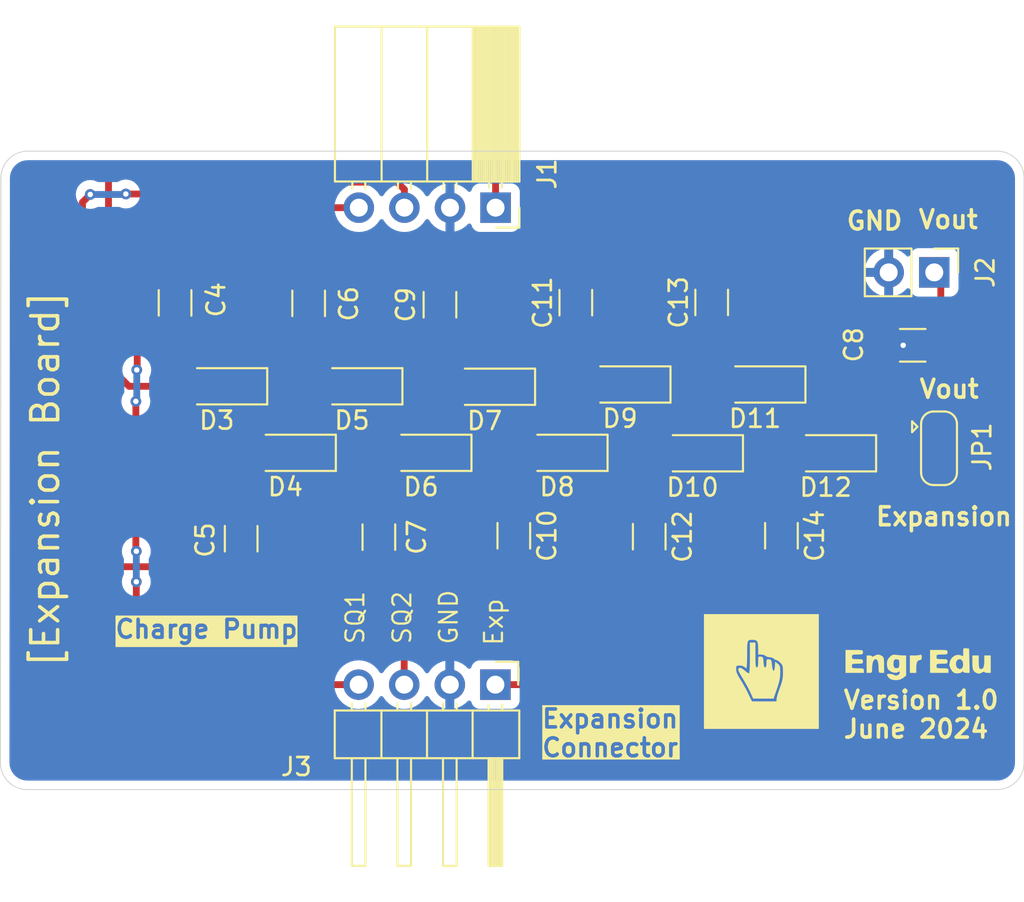
<source format=kicad_pcb>
(kicad_pcb (version 20240108) (generator "pcbnew") (generator_version "8.0")
  (layers (0 "F.Cu" signal) (31 "B.Cu" signal) (34 "B.Paste" user) (35 "F.Paste" user) (36 "B.SilkS" user "B.Silkscreen") (37 "F.SilkS" user "F.Silkscreen") (38 "B.Mask" user) (39 "F.Mask" user) (44 "Edge.Cuts" user))
  (net 0 "")
  (net 1 "GND")
  (net 2 "/SQUARE_1")
  (net 3 "/SQUARE_2")
  (net 4 "/Charge_In")
  (net 5 "Net-(D3-K)")
  (net 6 "Net-(D4-K)")
  (net 7 "Net-(D5-K)")
  (net 8 "Net-(D6-K)")
  (net 9 "Net-(D8-K)")
  (net 10 "Net-(D10-A)")
  (net 11 "Net-(D10-K)")
  (net 12 "Net-(D11-K)")
  (net 13 "Net-(D7-K)")
  (net 14 "Net-(D12-K)")
  (net 15 "Net-(J2-Pin_1)")
  (net 16 "/Charge_Out")
  (footprint "Diode_SMD:D_MicroMELF_Handsoldering" (layer "F.Cu") (at 140.5382 74.0156 180)
    (property "Reference" "D4" (at 0 -1.9 180) (layer "F.SilkS"))
    (property "Value" "1N4148")
    (fp_line (start 1.1 -1.01) (end -2.81 -1.01) (stroke (width 0.12)) (layer "F.SilkS"))
    (fp_line (start -2.81 1.01) (end 1.1 1.01) (stroke (width 0.12)) (layer "F.SilkS"))
    (fp_line (start -2.81 -1.01) (end -2.81 1.01) (stroke (width 0.12)) (layer "F.SilkS"))
    (pad "1" smd roundrect (at -1.45 0 180) (size 2.2 1.5) (layers "F.Cu" "F.Paste" "F.Mask") (roundrect_rratio 0.1666666667) (net 6 "Net-(D4-K)"))
    (pad "2" smd roundrect (at 1.45 0 180) (size 2.2 1.5) (layers "F.Cu" "F.Paste" "F.Mask") (roundrect_rratio 0.1666666667) (net 5 "Net-(D3-K)"))
  )
  (footprint "Capacitor_SMD:C_1206_3216Metric_Pad1.33x1.80mm_HandSolder" (layer "F.Cu") (at 138.0744 78.8031 -90)
    (property "Reference" "C5" (at 0.0762 2.0066 90) (layer "F.SilkS"))
    (property "Value" "1uF")
    (fp_line (start -0.711252 0.91) (end 0.711252 0.91) (stroke (width 0.12)) (layer "F.SilkS"))
    (fp_line (start -0.711252 -0.91) (end 0.711252 -0.91) (stroke (width 0.12)) (layer "F.SilkS"))
    (pad "1" smd roundrect (at -1.5625 0 270) (size 1.325 1.8) (layers "F.Cu" "F.Paste" "F.Mask") (roundrect_rratio 0.188679) (net 5 "Net-(D3-K)"))
    (pad "2" smd roundrect (at 1.5625 0 270) (size 1.325 1.8) (layers "F.Cu" "F.Paste" "F.Mask") (roundrect_rratio 0.188679) (net 3 "/SQUARE_2"))
  )
  (footprint "Capacitor_SMD:C_1206_3216Metric_Pad1.33x1.80mm_HandSolder" (layer "F.Cu") (at 149.1488 65.7606 90)
    (property "Reference" "C9" (at -0.0026 -1.9096 90) (layer "F.SilkS"))
    (property "Value" "1uF")
    (fp_line (start -0.711252 -0.91) (end 0.711252 -0.91) (stroke (width 0.12)) (layer "F.SilkS"))
    (fp_line (start -0.711252 0.91) (end 0.711252 0.91) (stroke (width 0.12)) (layer "F.SilkS"))
    (pad "1" smd roundrect (at -1.5625 0 90) (size 1.325 1.8) (layers "F.Cu" "F.Paste" "F.Mask") (roundrect_rratio 0.188679) (net 8 "Net-(D6-K)"))
    (pad "2" smd roundrect (at 1.5625 0 90) (size 1.325 1.8) (layers "F.Cu" "F.Paste" "F.Mask") (roundrect_rratio 0.188679) (net 2 "/SQUARE_1"))
  )
  (footprint "Capacitor_SMD:C_1206_3216Metric_Pad1.33x1.80mm_HandSolder" (layer "F.Cu") (at 175.4886 68.0212 180)
    (property "Reference" "C8" (at 3.2889 0.0254 -90) (layer "F.SilkS"))
    (property "Value" "1uF")
    (fp_line (start -0.711252 0.91) (end 0.711252 0.91) (stroke (width 0.12)) (layer "F.SilkS"))
    (fp_line (start -0.711252 -0.91) (end 0.711252 -0.91) (stroke (width 0.12)) (layer "F.SilkS"))
    (pad "1" smd roundrect (at -1.5625 0 180) (size 1.325 1.8) (layers "F.Cu" "F.Paste" "F.Mask") (roundrect_rratio 0.188679) (net 15 "Net-(J2-Pin_1)"))
    (pad "2" smd roundrect (at 1.5625 0 180) (size 1.325 1.8) (layers "F.Cu" "F.Paste" "F.Mask") (roundrect_rratio 0.188679) (net 1 "GND"))
  )
  (footprint "Capacitor_SMD:C_1206_3216Metric_Pad1.33x1.80mm_HandSolder" (layer "F.Cu") (at 168.1734 78.6384 -90)
    (property "Reference" "C14" (at 0 -1.85 90) (layer "F.SilkS"))
    (property "Value" "1uF")
    (fp_line (start -0.711252 0.91) (end 0.711252 0.91) (stroke (width 0.12)) (layer "F.SilkS"))
    (fp_line (start -0.711252 -0.91) (end 0.711252 -0.91) (stroke (width 0.12)) (layer "F.SilkS"))
    (pad "1" smd roundrect (at -1.5625 0 270) (size 1.325 1.8) (layers "F.Cu" "F.Paste" "F.Mask") (roundrect_rratio 0.188679) (net 12 "Net-(D11-K)"))
    (pad "2" smd roundrect (at 1.5625 0 270) (size 1.325 1.8) (layers "F.Cu" "F.Paste" "F.Mask") (roundrect_rratio 0.188679) (net 3 "/SQUARE_2"))
  )
  (footprint "Diode_SMD:D_MicroMELF_Handsoldering" (layer "F.Cu") (at 155.6766 74.0156 180)
    (property "Reference" "D8" (at 0 -1.9 180) (layer "F.SilkS"))
    (property "Value" "1N4148")
    (fp_line (start 1.1 -1.01) (end -2.81 -1.01) (stroke (width 0.12)) (layer "F.SilkS"))
    (fp_line (start -2.81 1.01) (end 1.1 1.01) (stroke (width 0.12)) (layer "F.SilkS"))
    (fp_line (start -2.81 -1.01) (end -2.81 1.01) (stroke (width 0.12)) (layer "F.SilkS"))
    (pad "1" smd roundrect (at -1.45 0 180) (size 2.2 1.5) (layers "F.Cu" "F.Paste" "F.Mask") (roundrect_rratio 0.1666666667) (net 9 "Net-(D8-K)"))
    (pad "2" smd roundrect (at 1.45 0 180) (size 2.2 1.5) (layers "F.Cu" "F.Paste" "F.Mask") (roundrect_rratio 0.1666666667) (net 13 "Net-(D7-K)"))
  )
  (footprint "Connector_PinHeader_2.54mm:PinHeader_1x02_P2.54mm_Vertical" (layer "F.Cu") (at 176.6874 63.9572 -90)
    (property "Reference" "J2" (at 0 -2.8398 90) (layer "F.SilkS"))
    (property "Value" "Vout")
    (fp_line (start -1.33 3.87) (end 1.33 3.87) (stroke (width 0.12)) (layer "F.SilkS"))
    (fp_line (start -1.33 1.27) (end -1.33 3.87) (stroke (width 0.12)) (layer "F.SilkS"))
    (fp_line (start -1.33 1.27) (end 1.33 1.27) (stroke (width 0.12)) (layer "F.SilkS"))
    (fp_line (start 1.33 1.27) (end 1.33 3.87) (stroke (width 0.12)) (layer "F.SilkS"))
    (fp_line (start -1.33 0) (end -1.33 -1.33) (stroke (width 0.12)) (layer "F.SilkS"))
    (fp_line (start -1.33 -1.33) (end 0 -1.33) (stroke (width 0.12)) (layer "F.SilkS"))
    (pad "1" thru_hole rect (at 0 0 270) (size 1.7 1.7) (drill 1) (layers "*.Cu" "*.Mask") (net 15 "Net-(J2-Pin_1)"))
    (pad "2" thru_hole oval (at 0 2.54 270) (size 1.7 1.7) (drill 1) (layers "*.Cu" "*.Mask") (net 1 "GND"))
  )
  (footprint "Diode_SMD:D_MicroMELF_Handsoldering" (layer "F.Cu") (at 148.095 74.0156 180)
    (property "Reference" "D6" (at 0 -1.9 180) (layer "F.SilkS"))
    (property "Value" "1N4148")
    (fp_line (start 1.1 -1.01) (end -2.81 -1.01) (stroke (width 0.12)) (layer "F.SilkS"))
    (fp_line (start -2.81 1.01) (end 1.1 1.01) (stroke (width 0.12)) (layer "F.SilkS"))
    (fp_line (start -2.81 -1.01) (end -2.81 1.01) (stroke (width 0.12)) (layer "F.SilkS"))
    (pad "1" smd roundrect (at -1.45 0 180) (size 2.2 1.5) (layers "F.Cu" "F.Paste" "F.Mask") (roundrect_rratio 0.1666666667) (net 8 "Net-(D6-K)"))
    (pad "2" smd roundrect (at 1.45 0 180) (size 2.2 1.5) (layers "F.Cu" "F.Paste" "F.Mask") (roundrect_rratio 0.1666666667) (net 7 "Net-(D5-K)"))
  )
  (footprint "Connector_PinSocket_2.54mm:PinSocket_1x04_P2.54mm_Horizontal" (layer "F.Cu") (at 152.2476 60.3504 -90)
    (property "Reference" "J1" (at -1.8796 -2.8702 90) (layer "F.SilkS"))
    (property "Value" "Expansion_Conn_In")
    (fp_line (start -10.09 8.95) (end -1.46 8.95) (stroke (width 0.12)) (layer "F.SilkS"))
    (fp_line (start -1.46 7.98) (end -1.05 7.98) (stroke (width 0.12)) (layer "F.SilkS"))
    (fp_line (start -1.46 7.26) (end -1.05 7.26) (stroke (width 0.12)) (layer "F.SilkS"))
    (fp_line (start -10.09 6.35) (end -1.46 6.35) (stroke (width 0.12)) (layer "F.SilkS"))
    (fp_line (start -1.46 5.44) (end -1.05 5.44) (stroke (width 0.12)) (layer "F.SilkS"))
    (fp_line (start -1.46 4.72) (end -1.05 4.72) (stroke (width 0.12)) (layer "F.SilkS"))
    (fp_line (start -10.09 3.81) (end -1.46 3.81) (stroke (width 0.12)) (layer "F.SilkS"))
    (fp_line (start -1.46 2.9) (end -1.05 2.9) (stroke (width 0.12)) (layer "F.SilkS"))
    (fp_line (start -1.46 2.18) (end -1.05 2.18) (stroke (width 0.12)) (layer "F.SilkS"))
    (fp_line (start -10.09 1.27) (end -1.46 1.27) (stroke (width 0.12)) (layer "F.SilkS"))
    (fp_line (start -10.09 1.1519) (end -1.46 1.1519) (stroke (width 0.12)) (layer "F.SilkS"))
    (fp_line (start -10.09 1.033805) (end -1.46 1.033805) (stroke (width 0.12)) (layer "F.SilkS"))
    (fp_line (start -10.09 0.91571) (end -1.46 0.91571) (stroke (width 0.12)) (layer "F.SilkS"))
    (fp_line (start -10.09 0.797615) (end -1.46 0.797615) (stroke (width 0.12)) (layer "F.SilkS"))
    (fp_line (start -10.09 0.67952) (end -1.46 0.67952) (stroke (width 0.12)) (layer "F.SilkS"))
    (fp_line (start -10.09 0.561425) (end -1.46 0.561425) (stroke (width 0.12)) (layer "F.SilkS"))
    (fp_line (start -10.09 0.44333) (end -1.46 0.44333) (stroke (width 0.12)) (layer "F.SilkS"))
    (fp_line (start -1.46 0.36) (end -1.11 0.36) (stroke (width 0.12)) (layer "F.SilkS"))
    (fp_line (start -10.09 0.325235) (end -1.46 0.325235) (stroke (width 0.12)) (layer "F.SilkS"))
    (fp_line (start -10.09 0.20714) (end -1.46 0.20714) (stroke (width 0.12)) (layer "F.SilkS"))
    (fp_line (start -10.09 0.089045) (end -1.46 0.089045) (stroke (width 0.12)) (layer "F.SilkS"))
    (fp_line (start -10.09 -0.02905) (end -1.46 -0.02905) (stroke (width 0.12)) (layer "F.SilkS"))
    (fp_line (start -10.09 -0.147145) (end -1.46 -0.147145) (stroke (width 0.12)) (layer "F.SilkS"))
    (fp_line (start -10.09 -0.26524) (end -1.46 -0.26524) (stroke (width 0.12)) (layer "F.SilkS"))
    (fp_line (start -1.46 -0.36) (end -1.11 -0.36) (stroke (width 0.12)) (layer "F.SilkS"))
    (fp_line (start -10.09 -0.383335) (end -1.46 -0.383335) (stroke (width 0.12)) (layer "F.SilkS"))
    (fp_line (start -10.09 -0.50143) (end -1.46 -0.50143) (stroke (width 0.12)) (layer "F.SilkS"))
    (fp_line (start -10.09 -0.619525) (end -1.46 -0.619525) (stroke (width 0.12)) (layer "F.SilkS"))
    (fp_line (start -10.09 -0.73762) (end -1.46 -0.73762) (stroke (width 0.12)) (layer "F.SilkS"))
    (fp_line (start -10.09 -0.855715) (end -1.46 -0.855715) (stroke (width 0.12)) (layer "F.SilkS"))
    (fp_line (start -10.09 -0.97381) (end -1.46 -0.97381) (stroke (width 0.12)) (layer "F.SilkS"))
    (fp_line (start -10.09 -1.091905) (end -1.46 -1.091905) (stroke (width 0.12)) (layer "F.SilkS"))
    (fp_line (start -10.09 -1.21) (end -1.46 -1.21) (stroke (width 0.12)) (layer "F.SilkS"))
    (fp_line (start -10.09 -1.33) (end -10.09 8.95) (stroke (width 0.12)) (layer "F.SilkS"))
    (fp_line (start -10.09 -1.33) (end -1.46 -1.33) (stroke (width 0.12)) (layer "F.SilkS"))
    (fp_line (start -1.46 -1.33) (end -1.46 8.95) (stroke (width 0.12)) (layer "F.SilkS"))
    (fp_line (start 0 -1.33) (end 1.11 -1.33) (stroke (width 0.12)) (layer "F.SilkS"))
    (fp_line (start 1.11 -1.33) (end 1.11 0) (stroke (width 0.12)) (layer "F.SilkS"))
    (pad "1" thru_hole rect (at 0 0 270) (size 1.7 1.7) (drill 1) (layers "*.Cu" "*.Mask") (net 4 "/Charge_In"))
    (pad "2" thru_hole oval (at 0 2.54 270) (size 1.7 1.7) (drill 1) (layers "*.Cu" "*.Mask") (net 1 "GND"))
    (pad "3" thru_hole oval (at 0 5.08 270) (size 1.7 1.7) (drill 1) (layers "*.Cu" "*.Mask") (net 3 "/SQUARE_2"))
    (pad "4" thru_hole oval (at 0 7.62 270) (size 1.7 1.7) (drill 1) (layers "*.Cu" "*.Mask") (net 2 "/SQUARE_1"))
  )
  (footprint "Capacitor_SMD:C_1206_3216Metric_Pad1.33x1.80mm_HandSolder" (layer "F.Cu") (at 145.7452 78.7146 -90)
    (property "Reference" "C7" (at 0 -2.1082 -90) (layer "F.SilkS"))
    (property "Value" "1uF")
    (fp_line (start -0.711252 0.91) (end 0.711252 0.91) (stroke (width 0.12)) (layer "F.SilkS"))
    (fp_line (start -0.711252 -0.91) (end 0.711252 -0.91) (stroke (width 0.12)) (layer "F.SilkS"))
    (pad "1" smd roundrect (at -1.5625 0 270) (size 1.325 1.8) (layers "F.Cu" "F.Paste" "F.Mask") (roundrect_rratio 0.188679) (net 7 "Net-(D5-K)"))
    (pad "2" smd roundrect (at 1.5625 0 270) (size 1.325 1.8) (layers "F.Cu" "F.Paste" "F.Mask") (roundrect_rratio 0.188679) (net 3 "/SQUARE_2"))
  )
  (footprint "Jumper:SolderJumper-3_P1.3mm_Open_RoundedPad1.0x1.5mm" (layer "F.Cu") (at 176.9519 73.7616 -90)
    (property "Reference" "JP1" (at -0.0762 -2.3975 -90) (layer "F.SilkS"))
    (property "Value" "SolderJumper")
    (fp_line (start -1.5 1.5) (end -0.9 1.5) (stroke (width 0.12)) (layer "F.SilkS"))
    (fp_line (start -1.2 1.2) (end -1.5 1.5) (stroke (width 0.12)) (layer "F.SilkS"))
    (fp_line (start -1.2 1.2) (end -0.9 1.5) (stroke (width 0.12)) (layer "F.SilkS"))
    (fp_line (start 1.4 1) (end -1.4 1) (stroke (width 0.12)) (layer "F.SilkS"))
    (fp_line (start -2.05 0.3) (end -2.05 -0.3) (stroke (width 0.12)) (layer "F.SilkS"))
    (fp_line (start 2.05 -0.3) (end 2.05 0.3) (stroke (width 0.12)) (layer "F.SilkS"))
    (fp_line (start -1.4 -1) (end 1.4 -1) (stroke (width 0.12)) (layer "F.SilkS"))
    (fp_arc (start -1.35 1) (mid -1.844975 0.794975) (end -2.05 0.3) (stroke (width 0.12)) (layer "F.SilkS"))
    (fp_arc (start 2.05 0.3) (mid 1.844975 0.794975) (end 1.35 1) (stroke (width 0.12)) (layer "F.SilkS"))
    (fp_arc (start -2.05 -0.3) (mid -1.844975 -0.794975) (end -1.35 -1) (stroke (width 0.12)) (layer "F.SilkS"))
    (fp_arc (start 1.35 -1) (mid 1.844975 -0.794975) (end 2.05 -0.3) (stroke (width 0.12)) (layer "F.SilkS"))
    (pad "1" smd custom (at -1.3 0 270) (size 1 0.5) (layers "F.Cu" "F.Mask") (net 15 "Net-(J2-Pin_1)") (options (clearance outline) (anchor rect)) (primitives (gr_circle (center 0 0.25) (end 0.5 0.25) (width 0) (fill yes)) (gr_circle (center 0 -0.25) (end 0.5 -0.25) (width 0) (fill yes)) (gr_poly (pts (xy 0.55 0.75) (xy 0 0.75) (xy 0 -0.75) (xy 0.55 -0.75)) (width 0) (fill yes))))
    (pad "2" smd rect (at 0 0 270) (size 1 1.5) (layers "F.Cu" "F.Mask") (net 14 "Net-(D12-K)"))
    (pad "3" smd custom (at 1.3 0 270) (size 1 0.5) (layers "F.Cu" "F.Mask") (net 16 "/Charge_Out") (options (clearance outline) (anchor rect)) (primitives (gr_circle (center 0 0.25) (end 0.5 0.25) (width 0) (fill yes)) (gr_circle (center 0 -0.25) (end 0.5 -0.25) (width 0) (fill yes)) (gr_poly (pts (xy 0 0.75) (xy -0.55 0.75) (xy -0.55 -0.75) (xy 0 -0.75)) (width 0) (fill yes))))
  )
  (footprint "Diode_SMD:D_MicroMELF_Handsoldering" (layer "F.Cu") (at 166.7002 70.2056 180)
    (property "Reference" "D11" (at 0 -1.9 180) (layer "F.SilkS"))
    (property "Value" "1N4148")
    (fp_line (start 1.1 -1.01) (end -2.81 -1.01) (stroke (width 0.12)) (layer "F.SilkS"))
    (fp_line (start -2.81 1.01) (end 1.1 1.01) (stroke (width 0.12)) (layer "F.SilkS"))
    (fp_line (start -2.81 -1.01) (end -2.81 1.01) (stroke (width 0.12)) (layer "F.SilkS"))
    (pad "1" smd roundrect (at -1.45 0 180) (size 2.2 1.5) (layers "F.Cu" "F.Paste" "F.Mask") (roundrect_rratio 0.1666666667) (net 12 "Net-(D11-K)"))
    (pad "2" smd roundrect (at 1.45 0 180) (size 2.2 1.5) (layers "F.Cu" "F.Paste" "F.Mask") (roundrect_rratio 0.1666666667) (net 11 "Net-(D10-K)"))
  )
  (footprint "Diode_SMD:D_MicroMELF_Handsoldering" (layer "F.Cu") (at 144.2466 70.3072 180)
    (property "Reference" "D5" (at 0 -1.9 180) (layer "F.SilkS"))
    (property "Value" "1N4148")
    (fp_line (start 1.1 -1.01) (end -2.81 -1.01) (stroke (width 0.12)) (layer "F.SilkS"))
    (fp_line (start -2.81 1.01) (end 1.1 1.01) (stroke (width 0.12)) (layer "F.SilkS"))
    (fp_line (start -2.81 -1.01) (end -2.81 1.01) (stroke (width 0.12)) (layer "F.SilkS"))
    (pad "1" smd roundrect (at -1.45 0 180) (size 2.2 1.5) (layers "F.Cu" "F.Paste" "F.Mask") (roundrect_rratio 0.1666666667) (net 7 "Net-(D5-K)"))
    (pad "2" smd roundrect (at 1.45 0 180) (size 2.2 1.5) (layers "F.Cu" "F.Paste" "F.Mask") (roundrect_rratio 0.1666666667) (net 6 "Net-(D4-K)"))
  )
  (footprint "Capacitor_SMD:C_1206_3216Metric_Pad1.33x1.80mm_HandSolder" (layer "F.Cu") (at 141.8336 65.6844 90)
    (property "Reference" "C6" (at -0.0254 2.2352 90) (layer "F.SilkS"))
    (property "Value" "1uF")
    (fp_line (start -0.711252 -0.91) (end 0.711252 -0.91) (stroke (width 0.12)) (layer "F.SilkS"))
    (fp_line (start -0.711252 0.91) (end 0.711252 0.91) (stroke (width 0.12)) (layer "F.SilkS"))
    (pad "1" smd roundrect (at -1.5625 0 90) (size 1.325 1.8) (layers "F.Cu" "F.Paste" "F.Mask") (roundrect_rratio 0.188679) (net 6 "Net-(D4-K)"))
    (pad "2" smd roundrect (at 1.5625 0 90) (size 1.325 1.8) (layers "F.Cu" "F.Paste" "F.Mask") (roundrect_rratio 0.188679) (net 2 "/SQUARE_1"))
  )
  (footprint "Connector_PinHeader_2.54mm:PinHeader_1x04_P2.54mm_Horizontal" (layer "F.Cu") (at 152.2376 86.938 -90)
    (property "Reference" "J3" (at 4.5782 11.0898 180) (layer "F.SilkS"))
    (property "Value" "Expansion_Conn_Out")
    (fp_line (start 1.44 8.95) (end 4.1 8.95) (stroke (width 0.12)) (layer "F.SilkS"))
    (fp_line (start 4.1 8.95) (end 4.1 -1.33) (stroke (width 0.12)) (layer "F.SilkS"))
    (fp_line (start 1.042929 8) (end 1.44 8) (stroke (width 0.12)) (layer "F.SilkS"))
    (fp_line (start 10.1 8) (end 4.1 8) (stroke (width 0.12)) (layer "F.SilkS"))
    (fp_line (start 1.042929 7.24) (end 1.44 7.24) (stroke (width 0.12)) (layer "F.SilkS"))
    (fp_line (start 4.1 7.24) (end 10.1 7.24) (stroke (width 0.12)) (layer "F.SilkS"))
    (fp_line (start 10.1 7.24) (end 10.1 8) (stroke (width 0.12)) (layer "F.SilkS"))
    (fp_line (start 1.44 6.35) (end 4.1 6.35) (stroke (width 0.12)) (layer "F.SilkS"))
    (fp_line (start 1.042929 5.46) (end 1.44 5.46) (stroke (width 0.12)) (layer "F.SilkS"))
    (fp_line (start 10.1 5.46) (end 4.1 5.46) (stroke (width 0.12)) (layer "F.SilkS"))
    (fp_line (start 1.042929 4.7) (end 1.44 4.7) (stroke (width 0.12)) (layer "F.SilkS"))
    (fp_line (start 4.1 4.7) (end 10.1 4.7) (stroke (width 0.12)) (layer "F.SilkS"))
    (fp_line (start 10.1 4.7) (end 10.1 5.46) (stroke (width 0.12)) (layer "F.SilkS"))
    (fp_line (start 1.44 3.81) (end 4.1 3.81) (stroke (width 0.12)) (layer "F.SilkS"))
    (fp_line (start 1.042929 2.92) (end 1.44 2.92) (stroke (width 0.12)) (layer "F.SilkS"))
    (fp_line (start 10.1 2.92) (end 4.1 2.92) (stroke (width 0.12)) (layer "F.SilkS"))
    (fp_line (start 1.042929 2.16) (end 1.44 2.16) (stroke (width 0.12)) (layer "F.SilkS"))
    (fp_line (start 4.1 2.16) (end 10.1 2.16) (stroke (width 0.12)) (layer "F.SilkS"))
    (fp_line (start 10.1 2.16) (end 10.1 2.92) (stroke (width 0.12)) (layer "F.SilkS"))
    (fp_line (start 1.44 1.27) (end 4.1 1.27) (stroke (width 0.12)) (layer "F.SilkS"))
    (fp_line (start 1.11 0.38) (end 1.44 0.38) (stroke (width 0.12)) (layer "F.SilkS"))
    (fp_line (start 10.1 0.38) (end 4.1 0.38) (stroke (width 0.12)) (layer "F.SilkS"))
    (fp_line (start 4.1 0.28) (end 10.1 0.28) (stroke (width 0.12)) (layer "F.SilkS"))
    (fp_line (start 4.1 0.16) (end 10.1 0.16) (stroke (width 0.12)) (layer "F.SilkS"))
    (fp_line (start 4.1 0.04) (end 10.1 0.04) (stroke (width 0.12)) (layer "F.SilkS"))
    (fp_line (start -1.27 0) (end -1.27 -1.27) (stroke (width 0.12)) (layer "F.SilkS"))
    (fp_line (start 4.1 -0.08) (end 10.1 -0.08) (stroke (width 0.12)) (layer "F.SilkS"))
    (fp_line (start 4.1 -0.2) (end 10.1 -0.2) (stroke (width 0.12)) (layer "F.SilkS"))
    (fp_line (start 4.1 -0.32) (end 10.1 -0.32) (stroke (width 0.12)) (layer "F.SilkS"))
    (fp_line (start 1.11 -0.38) (end 1.44 -0.38) (stroke (width 0.12)) (layer "F.SilkS"))
    (fp_line (start 4.1 -0.38) (end 10.1 -0.38) (stroke (width 0.12)) (layer "F.SilkS"))
    (fp_line (start 10.1 -0.38) (end 10.1 0.38) (stroke (width 0.12)) (layer "F.SilkS"))
    (fp_line (start -1.27 -1.27) (end 0 -1.27) (stroke (width 0.12)) (layer "F.SilkS"))
    (fp_line (start 1.44 -1.33) (end 1.44 8.95) (stroke (width 0.12)) (layer "F.SilkS"))
    (fp_line (start 4.1 -1.33) (end 1.44 -1.33) (stroke (width 0.12)) (layer "F.SilkS"))
    (pad "1" thru_hole rect (at 0 0 270) (size 1.7 1.7) (drill 1) (layers "*.Cu" "*.Mask") (net 16 "/Charge_Out"))
    (pad "2" thru_hole oval (at 0 2.54 270) (size 1.7 1.7) (drill 1) (layers "*.Cu" "*.Mask") (net 1 "GND"))
    (pad "3" thru_hole oval (at 0 5.08 270) (size 1.7 1.7) (drill 1) (layers "*.Cu" "*.Mask") (net 3 "/SQUARE_2"))
    (pad "4" thru_hole oval (at 0 7.62 270) (size 1.7 1.7) (drill 1) (layers "*.Cu" "*.Mask") (net 2 "/SQUARE_1"))
  )
  (footprint "Diode_SMD:D_MicroMELF_Handsoldering" (layer "F.Cu") (at 170.6372 74.041 180)
    (property "Reference" "D12" (at 0 -1.9 180) (layer "F.SilkS"))
    (property "Value" "1N4148")
    (fp_line (start 1.1 -1.01) (end -2.81 -1.01) (stroke (width 0.12)) (layer "F.SilkS"))
    (fp_line (start -2.81 1.01) (end 1.1 1.01) (stroke (width 0.12)) (layer "F.SilkS"))
    (fp_line (start -2.81 -1.01) (end -2.81 1.01) (stroke (width 0.12)) (layer "F.SilkS"))
    (pad "1" smd roundrect (at -1.45 0 180) (size 2.2 1.5) (layers "F.Cu" "F.Paste" "F.Mask") (roundrect_rratio 0.1666666667) (net 14 "Net-(D12-K)"))
    (pad "2" smd roundrect (at 1.45 0 180) (size 2.2 1.5) (layers "F.Cu" "F.Paste" "F.Mask") (roundrect_rratio 0.1666666667) (net 12 "Net-(D11-K)"))
  )
  (footprint "LOGO" (layer "F.Cu") (at 173.3804 86.3854)
    (property "Reference" "G***" (hide yes))
    (property "Value" "LOGO" (hide yes))
    (fp_poly (pts (xy 2.607318 -1.067904) (xy 2.611693 -0.978956) (xy 2.595254 -0.861586) (xy 2.537404 -0.8204) (xy 2.519516 -0.819355) (xy 2.406837 -0.789245) (xy 2.338266 -0.690794) (xy 2.307562 -0.511817) (xy 2.304435 -0.399435) (xy 2.304435 -0.102419) (xy 2.125201 -0.102419) (xy 1.945967 -0.102419) (xy 1.945967 -0.591271) (xy 1.945967 -1.080122) (xy 2.163608 -1.073868) (xy 2.33059 -1.078197) (xy 2.472014 -1.096768) (xy 2.496471 -1.103086) (xy 2.57642 -1.115511)) (fill solid) (layer "F.SilkS"))
    (fp_poly (pts (xy 5.786693 -0.715328) (xy 5.792522 -0.511277) (xy 5.812535 -0.390037) (xy 5.850526 -0.332527) (xy 5.86416 -0.325526) (xy 5.975485 -0.323152) (xy 6.050176 -0.415782) (xy 6.088405 -0.603731) (xy 6.093951 -0.74881) (xy 6.093951 -1.075403) (xy 6.273185 -1.075403) (xy 6.452419 -1.075403) (xy 6.452419 -0.588911) (xy 6.452419 -0.102419) (xy 6.273185 -0.102419) (xy 6.154728 -0.116008) (xy 6.095503 -0.149422) (xy 6.093951 -0.156533) (xy 6.059445 -0.171504) (xy 5.980137 -0.130928) (xy 5.859696 -0.065635) (xy 5.748445 -0.067062) (xy 5.684274 -0.087539) (xy 5.561461 -0.149047) (xy 5.484418 -0.238835) (xy 5.443459 -0.379078) (xy 5.428895 -0.591951) (xy 5.428225 -0.673662) (xy 5.428225 -1.075403) (xy 5.607459 -1.075403) (xy 5.786693 -1.075403)) (fill solid) (layer "F.SilkS"))
    (fp_poly (pts (xy 0.301517 -1.097673) (xy 0.398283 -1.046894) (xy 0.454456 -0.997493) (xy 0.488464 -0.929773) (xy 0.505728 -0.819341) (xy 0.511671 -0.641801) (xy 0.512096 -0.534798) (xy 0.512096 -0.102419) (xy 0.358467 -0.102419) (xy 0.263042 -0.109416) (xy 0.218499 -0.149185) (xy 0.205525 -0.249893) (xy 0.204838 -0.326461) (xy 0.191567 -0.599907) (xy 0.151152 -0.777401) (xy 0.082689 -0.861991) (xy 0.043541 -0.870564) (xy -0.052466 -0.822551) (xy -0.118271 -0.684031) (xy -0.150708 -0.463286) (xy -0.153629 -0.355134) (xy -0.157107 -0.204819) (xy -0.178317 -0.130323) (xy -0.233423 -0.105057) (xy -0.307258 -0.102419) (xy -0.460887 -0.102419) (xy -0.460887 -0.588911) (xy -0.460887 -1.075403) (xy -0.307258 -1.075403) (xy -0.199404 -1.059733) (xy -0.153642 -1.021977) (xy -0.153629 -1.021289) (xy -0.119123 -1.006318) (xy -0.039816 -1.046894) (xy 0.085954 -1.108229) (xy 0.179233 -1.126613)) (fill solid) (layer "F.SilkS"))
    (fp_poly (pts (xy 5.08256 -1.475522) (xy 5.248992 -1.459475) (xy 5.26328 -0.780947) (xy 5.277569 -0.102419) (xy 5.096849 -0.102419) (xy 4.967456 -0.118971) (xy 4.915518 -0.163482) (xy 4.915344 -0.166431) (xy 4.904296 -0.204071) (xy 4.874392 -0.167202) (xy 4.785691 -0.106847) (xy 4.642328 -0.076004) (xy 4.489454 -0.081234) (xy 4.419516 -0.101085) (xy 4.306469 -0.192005) (xy 4.209144 -0.341405) (xy 4.153122 -0.505822) (xy 4.147983 -0.562408) (xy 4.151453 -0.58123) (xy 4.512312 -0.58123) (xy 4.544499 -0.446826) (xy 4.586924 -0.38773) (xy 4.708077 -0.313226) (xy 4.821731 -0.3406) (xy 4.854677 -0.368709) (xy 4.898753 -0.461189) (xy 4.916129 -0.588911) (xy 4.883286 -0.758199) (xy 4.789609 -0.853192) (xy 4.70285 -0.870564) (xy 4.599647 -0.827087) (xy 4.533414 -0.719313) (xy 4.512312 -0.58123) (xy 4.151453 -0.58123) (xy 4.187533 -0.776955) (xy 4.293216 -0.951397) (xy 4.445582 -1.069247) (xy 4.625185 -1.114019) (xy 4.768833 -1.088688) (xy 4.916129 -1.03309) (xy 4.916129 -1.26233) (xy 4.919747 -1.403074) (xy 4.94412 -1.467372) (xy 5.009523 -1.481197)) (fill solid) (layer "F.SilkS"))
    (fp_poly (pts (xy -0.926844 -1.381772) (xy -0.784704 -1.375739) (xy -0.706615 -1.359514) (xy -0.673392 -1.328048) (xy -0.665849 -1.276292) (xy -0.665726 -1.254637) (xy -0.672232 -1.183684) (xy -0.707782 -1.145377) (xy -0.796427 -1.129694) (xy -0.962215 -1.126615) (xy -0.972984 -1.126613) (xy -1.143271 -1.123902) (xy -1.235208 -1.109089) (xy -1.272847 -1.072154) (xy -1.280236 -1.003076) (xy -1.280242 -0.998588) (xy -1.273737 -0.927636) (xy -1.238186 -0.889328) (xy -1.149542 -0.873646) (xy -0.983754 -0.870567) (xy -0.972984 -0.870564) (xy -0.802698 -0.867853) (xy -0.71076 -0.853041) (xy -0.673122 -0.816106) (xy -0.665733 -0.747027) (xy -0.665726 -0.74254) (xy -0.672232 -0.671587) (xy -0.707782 -0.63328) (xy -0.796427 -0.617597) (xy -0.962215 -0.614519) (xy -0.972984 -0.614516) (xy -1.143271 -0.611805) (xy -1.235208 -0.596992) (xy -1.272847 -0.560057) (xy -1.280236 -0.490979) (xy -1.280242 -0.486492) (xy -1.274406 -0.417671) (xy -1.24147 -0.379339) (xy -1.158295 -0.362596) (xy -1.001744 -0.358541) (xy -0.947379 -0.358467) (xy -0.768447 -0.356223) (xy -0.668783 -0.343555) (xy -0.62525 -0.311565) (xy -0.614709 -0.251353) (xy -0.614517 -0.230443) (xy -0.614517 -0.102419) (xy -1.126613 -0.102419) (xy -1.63871 -0.102419) (xy -1.63871 -0.74254) (xy -1.63871 -1.382661) (xy -1.152218 -1.382661)) (fill solid) (layer "F.SilkS"))
    (fp_poly (pts (xy 3.784446 -1.381772) (xy 3.926586 -1.375739) (xy 4.004675 -1.359514) (xy 4.037899 -1.328048) (xy 4.045441 -1.276292) (xy 4.045564 -1.254637) (xy 4.039058 -1.183684) (xy 4.003508 -1.145377) (xy 3.914864 -1.129694) (xy 3.749076 -1.126615) (xy 3.738306 -1.126613) (xy 3.56802 -1.123902) (xy 3.476082 -1.109089) (xy 3.438444 -1.072154) (xy 3.431055 -1.003076) (xy 3.431048 -0.998588) (xy 3.437554 -0.927636) (xy 3.473104 -0.889328) (xy 3.561748 -0.873646) (xy 3.727536 -0.870567) (xy 3.738306 -0.870564) (xy 3.908592 -0.867853) (xy 4.00053 -0.853041) (xy 4.038169 -0.816106) (xy 4.045557 -0.747027) (xy 4.045564 -0.74254) (xy 4.039058 -0.671587) (xy 4.003508 -0.63328) (xy 3.914864 -0.617597) (xy 3.749076 -0.614519) (xy 3.738306 -0.614516) (xy 3.56802 -0.611805) (xy 3.476082 -0.596992) (xy 3.438444 -0.560057) (xy 3.431055 -0.490979) (xy 3.431048 -0.486492) (xy 3.436885 -0.417671) (xy 3.469821 -0.379339) (xy 3.552995 -0.362596) (xy 3.709546 -0.358541) (xy 3.763911 -0.358467) (xy 3.942844 -0.356223) (xy 4.042507 -0.343555) (xy 4.08604 -0.311565) (xy 4.096582 -0.251353) (xy 4.096774 -0.230443) (xy 4.096774 -0.102419) (xy 3.584677 -0.102419) (xy 3.07258 -0.102419) (xy 3.07258 -0.74254) (xy 3.07258 -1.382661) (xy 3.559072 -1.382661)) (fill solid) (layer "F.SilkS"))
    (fp_poly (pts (xy 1.161262 -1.114287) (xy 1.213232 -1.107604) (xy 1.392936 -1.08743) (xy 1.555968 -1.076219) (xy 1.594647 -1.075403) (xy 1.741129 -1.075403) (xy 1.741129 -0.516649) (xy 1.741129 0.042106) (xy 1.583571 0.174682) (xy 1.391939 0.275081) (xy 1.158233 0.307815) (xy 0.920984 0.268407) (xy 0.886714 0.255691) (xy 0.781872 0.180793) (xy 0.696075 0.069351) (xy 0.665725 -0.022238) (xy 0.708862 -0.047033) (xy 0.811291 -0.05159) (xy 0.932544 -0.038849) (xy 1.03215 -0.011747) (xy 1.061412 0.006493) (xy 1.160467 0.046426) (xy 1.274962 0.023158) (xy 1.361654 -0.047142) (xy 1.382661 -0.113637) (xy 1.371429 -0.18775) (xy 1.329168 -0.171573) (xy 1.321209 -0.163871) (xy 1.199941 -0.108021) (xy 1.039885 -0.116214) (xy 0.875041 -0.180441) (xy 0.73941 -0.292692) (xy 0.731366 -0.30282) (xy 0.691839 -0.403259) (xy 0.669244 -0.554899) (xy 0.667956 -0.589475) (xy 1.032864 -0.589475) (xy 1.046033 -0.483263) (xy 1.091229 -0.387463) (xy 1.181699 -0.364988) (xy 1.218016 -0.368041) (xy 1.303962 -0.387289) (xy 1.344553 -0.438483) (xy 1.356527 -0.551296) (xy 1.357056 -0.614516) (xy 1.351421 -0.757612) (xy 1.323357 -0.828122) (xy 1.256123 -0.85572) (xy 1.218016 -0.860991) (xy 1.109151 -0.853576) (xy 1.055739 -0.779656) (xy 1.046033 -0.745769) (xy 1.032864 -0.589475) (xy 0.667956 -0.589475) (xy 0.667354 -0.605653) (xy 0.683515 -0.775692) (xy 0.750907 -0.905068) (xy 0.822012 -0.983519) (xy 0.930232 -1.07966) (xy 1.027081 -1.1181)) (fill solid) (layer "F.SilkS"))
    (fp_poly (pts (xy -6.657258 -1.101008) (xy -6.655638 -0.817752) (xy -6.649672 -0.621974) (xy -6.637705 -0.498767) (xy -6.61808 -0.433225) (xy -6.589142 -0.41044) (xy -6.580444 -0.409677) (xy -6.536053 -0.433075) (xy -6.512102 -0.516118) (xy -6.503824 -0.678076) (xy -6.503629 -0.720337) (xy -6.501668 -0.891349) (xy -6.488531 -0.982684) (xy -6.453342 -1.017087) (xy -6.385224 -1.017298) (xy -6.362803 -1.014792) (xy -6.282993 -0.998478) (xy -6.238923 -0.955683) (xy -6.217521 -0.860408) (xy -6.206618 -0.704133) (xy -6.189286 -0.524775) (xy -6.157923 -0.431992) (xy -6.117001 -0.409677) (xy -6.067791 -0.442456) (xy -6.045441 -0.551485) (xy -6.042742 -0.643522) (xy -6.038711 -0.785979) (xy -6.015586 -0.851615) (xy -5.956825 -0.865998) (xy -5.901916 -0.861163) (xy -5.822706 -0.844659) (xy -5.777286 -0.801272) (xy -5.752366 -0.705489) (xy -5.735484 -0.541688) (xy -5.707843 -0.348346) (xy -5.669779 -0.240009) (xy -5.629169 -0.220485) (xy -5.593888 -0.293585) (xy -5.571845 -0.462548) (xy -5.55625 -0.726932) (xy -5.415424 -0.615797) (xy -5.342717 -0.550494) (xy -5.300524 -0.478597) (xy -5.280632 -0.371386) (xy -5.274823 -0.20014) (xy -5.274597 -0.123484) (xy -5.282784 0.089212) (xy -5.312064 0.290804) (xy -5.369514 0.516325) (xy -5.460055 0.794573) (xy -5.645512 1.331452) (xy -6.215398 1.330075) (xy -6.785283 1.328698) (xy -6.938912 0.984803) (xy -7.038936 0.780241) (xy -7.17215 0.533589) (xy -7.31494 0.287984) (xy -7.363451 0.20923) (xy -7.477312 0.017761) (xy -7.56424 -0.147768) (xy -7.612906 -0.264658) (xy -7.618911 -0.302672) (xy -7.568076 -0.383747) (xy -7.467732 -0.380586) (xy -7.324698 -0.294492) (xy -7.252012 -0.232524) (xy -7.133224 -0.13591) (xy -7.04151 -0.083158) (xy -7.009913 -0.080407) (xy -6.994727 -0.138531) (xy -6.981699 -0.281401) (xy -6.971751 -0.491351) (xy -6.965804 -0.750715) (xy -6.964517 -0.950401) (xy -6.964517 -1.792338) (xy -6.810887 -1.792338) (xy -6.657258 -1.792338)) (fill solid) (layer "F.SilkS"))
    (fp_poly (pts (xy -3.123791 -0.179234) (xy -3.123791 3.021371) (xy -6.324396 3.021371) (xy -9.525 3.021371) (xy -9.525 -0.179234) (xy -9.525 -0.308855) (xy -7.732662 -0.308855) (xy -7.715076 -0.168044) (xy -7.654955 -0.010919) (xy -7.541253 0.189252) (xy -7.500206 0.253726) (xy -7.364484 0.477139) (xy -7.215522 0.743443) (xy -7.081515 1.001866) (xy -7.05854 1.049073) (xy -6.849329 1.485081) (xy -6.164382 1.485081) (xy -5.479436 1.485081) (xy -5.479436 1.354821) (xy -5.461849 1.251756) (xy -5.414592 1.081606) (xy -5.345925 0.872419) (xy -5.300202 0.746021) (xy -5.209197 0.486868) (xy -5.154446 0.280172) (xy -5.127766 0.086111) (xy -5.120968 -0.126247) (xy -5.123952 -0.330475) (xy -5.138507 -0.462847) (xy -5.173039 -0.553875) (xy -5.235953 -0.634073) (xy -5.270658 -0.669665) (xy -5.382206 -0.76432) (xy -5.476037 -0.816069) (xy -5.494831 -0.819355) (xy -5.588154 -0.855648) (xy -5.633065 -0.896169) (xy -5.726341 -0.95018) (xy -5.861938 -0.97298) (xy -5.863508 -0.972984) (xy -5.999247 -0.99531) (xy -6.093345 -1.049076) (xy -6.093952 -1.049798) (xy -6.186542 -1.102982) (xy -6.323425 -1.126547) (xy -6.330666 -1.126613) (xy -6.503629 -1.126613) (xy -6.503629 -1.474838) (xy -6.513056 -1.700068) (xy -6.548519 -1.841668) (xy -6.620796 -1.917285) (xy -6.740663 -1.944564) (xy -6.791336 -1.945967) (xy -6.913077 -1.944293) (xy -7.000074 -1.929449) (xy -7.058162 -1.886709) (xy -7.093178 -1.801343) (xy -7.110958 -1.658625) (xy -7.117335 -1.443825) (xy -7.118146 -1.142215) (xy -7.118146 -1.121134) (xy -7.120988 -0.854838) (xy -7.128819 -0.629064) (xy -7.14059 -0.461574) (xy -7.155256 -0.370132) (xy -7.163085 -0.358467) (xy -7.229824 -0.393503) (xy -7.271775 -0.435282) (xy -7.366727 -0.488064) (xy -7.516433 -0.511837) (xy -7.534093 -0.512096) (xy -7.661536 -0.506809) (xy -7.717914 -0.47116) (xy -7.732222 -0.375472) (xy -7.732662 -0.308855) (xy -9.525 -0.308855) (xy -9.525 -3.379838) (xy -6.324396 -3.379838) (xy -3.123791 -3.379838)) (fill solid) (layer "F.SilkS"))
  )
  (footprint "Capacitor_SMD:C_1206_3216Metric_Pad1.33x1.80mm_HandSolder" (layer "F.Cu") (at 156.718 65.6459 90)
    (property "Reference" "C11" (at 0 -1.85 -90) (layer "F.SilkS"))
    (property "Value" "1uF")
    (fp_line (start -0.711252 -0.91) (end 0.711252 -0.91) (stroke (width 0.12)) (layer "F.SilkS"))
    (fp_line (start -0.711252 0.91) (end 0.711252 0.91) (stroke (width 0.12)) (layer "F.SilkS"))
    (pad "1" smd roundrect (at -1.5625 0 90) (size 1.325 1.8) (layers "F.Cu" "F.Paste" "F.Mask") (roundrect_rratio 0.188679) (net 9 "Net-(D8-K)"))
    (pad "2" smd roundrect (at 1.5625 0 90) (size 1.325 1.8) (layers "F.Cu" "F.Paste" "F.Mask") (roundrect_rratio 0.188679) (net 2 "/SQUARE_1"))
  )
  (footprint "Capacitor_SMD:C_1206_3216Metric_Pad1.33x1.80mm_HandSolder" (layer "F.Cu") (at 153.2636 78.6384 -90)
    (property "Reference" "C10" (at 0 -1.85 90) (layer "F.SilkS"))
    (property "Value" "1uF")
    (fp_line (start -0.711252 0.91) (end 0.711252 0.91) (stroke (width 0.12)) (layer "F.SilkS"))
    (fp_line (start -0.711252 -0.91) (end 0.711252 -0.91) (stroke (width 0.12)) (layer "F.SilkS"))
    (pad "1" smd roundrect (at -1.5625 0 270) (size 1.325 1.8) (layers "F.Cu" "F.Paste" "F.Mask") (roundrect_rratio 0.188679) (net 13 "Net-(D7-K)"))
    (pad "2" smd roundrect (at 1.5625 0 270) (size 1.325 1.8) (layers "F.Cu" "F.Paste" "F.Mask") (roundrect_rratio 0.188679) (net 3 "/SQUARE_2"))
  )
  (footprint "Diode_SMD:D_MicroMELF_Handsoldering" (layer "F.Cu") (at 151.638 70.3326 180)
    (property "Reference" "D7" (at 0 -1.9 180) (layer "F.SilkS"))
    (property "Value" "1N4148")
    (fp_line (start 1.1 -1.01) (end -2.81 -1.01) (stroke (width 0.12)) (layer "F.SilkS"))
    (fp_line (start -2.81 1.01) (end 1.1 1.01) (stroke (width 0.12)) (layer "F.SilkS"))
    (fp_line (start -2.81 -1.01) (end -2.81 1.01) (stroke (width 0.12)) (layer "F.SilkS"))
    (pad "1" smd roundrect (at -1.45 0 180) (size 2.2 1.5) (layers "F.Cu" "F.Paste" "F.Mask") (roundrect_rratio 0.1666666667) (net 13 "Net-(D7-K)"))
    (pad "2" smd roundrect (at 1.45 0 180) (size 2.2 1.5) (layers "F.Cu" "F.Paste" "F.Mask") (roundrect_rratio 0.1666666667) (net 8 "Net-(D6-K)"))
  )
  (footprint "Capacitor_SMD:C_1206_3216Metric_Pad1.33x1.80mm_HandSolder" (layer "F.Cu") (at 160.8074 78.6892 -90)
    (property "Reference" "C12" (at 0 -1.85 90) (layer "F.SilkS"))
    (property "Value" "1uF")
    (fp_line (start -0.711252 0.91) (end 0.711252 0.91) (stroke (width 0.12)) (layer "F.SilkS"))
    (fp_line (start -0.711252 -0.91) (end 0.711252 -0.91) (stroke (width 0.12)) (layer "F.SilkS"))
    (pad "1" smd roundrect (at -1.5625 0 270) (size 1.325 1.8) (layers "F.Cu" "F.Paste" "F.Mask") (roundrect_rratio 0.188679) (net 10 "Net-(D10-A)"))
    (pad "2" smd roundrect (at 1.5625 0 270) (size 1.325 1.8) (layers "F.Cu" "F.Paste" "F.Mask") (roundrect_rratio 0.188679) (net 3 "/SQUARE_2"))
  )
  (footprint "Diode_SMD:D_MicroMELF_Handsoldering" (layer "F.Cu") (at 136.7152 70.3072 180)
    (property "Reference" "D3" (at 0 -1.9 180) (layer "F.SilkS"))
    (property "Value" "1N4148")
    (fp_line (start 1.1 -1.01) (end -2.81 -1.01) (stroke (width 0.12)) (layer "F.SilkS"))
    (fp_line (start -2.81 1.01) (end 1.1 1.01) (stroke (width 0.12)) (layer "F.SilkS"))
    (fp_line (start -2.81 -1.01) (end -2.81 1.01) (stroke (width 0.12)) (layer "F.SilkS"))
    (pad "1" smd roundrect (at -1.45 0 180) (size 2.2 1.5) (layers "F.Cu" "F.Paste" "F.Mask") (roundrect_rratio 0.1666666667) (net 5 "Net-(D3-K)"))
    (pad "2" smd roundrect (at 1.45 0 180) (size 2.2 1.5) (layers "F.Cu" "F.Paste" "F.Mask") (roundrect_rratio 0.1666666667) (net 4 "/Charge_In"))
  )
  (footprint "Diode_SMD:D_MicroMELF_Handsoldering" (layer "F.Cu") (at 163.2204 74.041 180)
    (property "Reference" "D10" (at 0 -1.9 180) (layer "F.SilkS"))
    (property "Value" "1N4148")
    (fp_line (start 1.1 -1.01) (end -2.81 -1.01) (stroke (width 0.12)) (layer "F.SilkS"))
    (fp_line (start -2.81 1.01) (end 1.1 1.01) (stroke (width 0.12)) (layer "F.SilkS"))
    (fp_line (start -2.81 -1.01) (end -2.81 1.01) (stroke (width 0.12)) (layer "F.SilkS"))
    (pad "1" smd roundrect (at -1.45 0 180) (size 2.2 1.5) (layers "F.Cu" "F.Paste" "F.Mask") (roundrect_rratio 0.1666666667) (net 11 "Net-(D10-K)"))
    (pad "2" smd roundrect (at 1.45 0 180) (size 2.2 1.5) (layers "F.Cu" "F.Paste" "F.Mask") (roundrect_rratio 0.1666666667) (net 10 "Net-(D10-A)"))
  )
  (footprint "Diode_SMD:D_MicroMELF_Handsoldering" (layer "F.Cu") (at 159.1818 70.2056 180)
    (property "Reference" "D9" (at 0 -1.9 180) (layer "F.SilkS"))
    (property "Value" "1N4148")
    (fp_line (start 1.1 -1.01) (end -2.81 -1.01) (stroke (width 0.12)) (layer "F.SilkS"))
    (fp_line (start -2.81 1.01) (end 1.1 1.01) (stroke (width 0.12)) (layer "F.SilkS"))
    (fp_line (start -2.81 -1.01) (end -2.81 1.01) (stroke (width 0.12)) (layer "F.SilkS"))
    (pad "1" smd roundrect (at -1.45 0 180) (size 2.2 1.5) (layers "F.Cu" "F.Paste" "F.Mask") (roundrect_rratio 0.1666666667) (net 10 "Net-(D10-A)"))
    (pad "2" smd roundrect (at 1.45 0 180) (size 2.2 1.5) (layers "F.Cu" "F.Paste" "F.Mask") (roundrect_rratio 0.1666666667) (net 9 "Net-(D8-K)"))
  )
  (footprint "Capacitor_SMD:C_1206_3216Metric_Pad1.33x1.80mm_HandSolder" (layer "F.Cu") (at 134.3914 65.659 90)
    (property "Reference" "C4" (at 0.1778 2.286 90) (layer "F.SilkS"))
    (property "Value" "1uF")
    (fp_line (start -0.711252 -0.91) (end 0.711252 -0.91) (stroke (width 0.12)) (layer "F.SilkS"))
    (fp_line (start -0.711252 0.91) (end 0.711252 0.91) (stroke (width 0.12)) (layer "F.SilkS"))
    (pad "1" smd roundrect (at -1.5625 0 90) (size 1.325 1.8) (layers "F.Cu" "F.Paste" "F.Mask") (roundrect_rratio 0.188679) (net 4 "/Charge_In"))
    (pad "2" smd roundrect (at 1.5625 0 90) (size 1.325 1.8) (layers "F.Cu" "F.Paste" "F.Mask") (roundrect_rratio 0.188679) (net 2 "/SQUARE_1"))
  )
  (footprint "Capacitor_SMD:C_1206_3216Metric_Pad1.33x1.80mm_HandSolder" (layer "F.Cu") (at 164.2872 65.6336 90)
    (property "Reference" "C13" (at 0 -1.85 -90) (layer "F.SilkS"))
    (property "Value" "1uF")
    (fp_line (start -0.711252 -0.91) (end 0.711252 -0.91) (stroke (width 0.12)) (layer "F.SilkS"))
    (fp_line (start -0.711252 0.91) (end 0.711252 0.91) (stroke (width 0.12)) (layer "F.SilkS"))
    (pad "1" smd roundrect (at -1.5625 0 90) (size 1.325 1.8) (layers "F.Cu" "F.Paste" "F.Mask") (roundrect_rratio 0.188679) (net 11 "Net-(D10-K)"))
    (pad "2" smd roundrect (at 1.5625 0 90) (size 1.325 1.8) (layers "F.Cu" "F.Paste" "F.Mask") (roundrect_rratio 0.188679) (net 2 "/SQUARE_1"))
  )
  (gr_line (start 126.1872 57.2008) (end 180.1876 57.2008) (stroke (width 0.05)) (layer "Edge.Cuts"))
  (gr_arc (start 180.1876 57.2008) (mid 181.24727 57.63973) (end 181.6862 58.6994) (stroke (width 0.05)) (layer "Edge.Cuts"))
  (gr_arc (start 126.1872 92.7862) (mid 125.110996 92.356365) (end 124.662985 91.2876) (stroke (width 0.05)) (layer "Edge.Cuts"))
  (gr_arc (start 124.6886 58.6994) (mid 125.12753 57.63973) (end 126.1872 57.2008) (stroke (width 0.05)) (layer "Edge.Cuts"))
  (gr_line (start 181.6862 58.6994) (end 181.6862 91.2876) (stroke (width 0.05)) (layer "Edge.Cuts"))
  (gr_line (start 124.662985 91.2876) (end 124.6886 58.6994) (stroke (width 0.05)) (layer "Edge.Cuts"))
  (gr_line (start 180.1876 92.7862) (end 126.1872 92.7862) (stroke (width 0.05)) (layer "Edge.Cuts"))
  (gr_arc (start 181.6862 91.2876) (mid 181.24727 92.34727) (end 180.1876 92.7862) (stroke (width 0.05)) (layer "Edge.Cuts"))
  (gr_text "Exp\n" (at 152.7302 84.836 90) (layer "F.SilkS") (effects (font (size 1 1) (thickness 0.125)) (justify left bottom)))
  (gr_text "SQ2" (at 147.6248 84.7598 90) (layer "F.SilkS") (effects (font (size 1 1) (thickness 0.125)) (justify left bottom)))
  (gr_text "Expansion" (at 173.3296 78.1558 0) (layer "F.SilkS") (effects (font (size 1 1) (thickness 0.2) (bold yes)) (justify left bottom)))
  (gr_text "SQ1" (at 145.0086 84.7598 90) (layer "F.SilkS") (effects (font (size 1 1) (thickness 0.125)) (justify left bottom)))
  (gr_text "GND" (at 150.2156 84.779697 90) (layer "F.SilkS") (effects (font (size 1 1) (thickness 0.125)) (justify left bottom)))
  (gr_text "GND" (at 171.704 61.6712 0) (layer "F.SilkS") (effects (font (size 1 1) (thickness 0.2) (bold yes)) (justify left bottom)))
  (gr_text "Vout" (at 175.768 71.0438 0) (layer "F.SilkS") (effects (font (size 1 1) (thickness 0.2) (bold yes)) (justify left bottom)))
  (gr_text "Version 1.0\nJune 2024" (at 171.539309 89.990766 0) (layer "F.SilkS") (effects (font (size 1 1) (thickness 0.2) (bold yes)) (justify left bottom)))
  (gr_text "Charge Pump" (at 130.9624 84.4296 0) (layer "F.SilkS" knockout) (effects (font (size 1 1) (thickness 0.2) (bold yes)) (justify left bottom)))
  (gr_text "Vout" (at 175.7172 61.595 0) (layer "F.SilkS") (effects (font (size 1 1) (thickness 0.2) (bold yes)) (justify left bottom)))
  (gr_text "Expansion \nConnector" (at 154.7368 91.0336 0) (layer "F.SilkS" knockout) (effects (font (size 1 1) (thickness 0.2) (bold yes)) (justify left bottom)))
  (gr_text "[Expansion Board]" (at 128.0414 86.0806 90) (layer "F.SilkS") (effects (font (size 1.5 1.5) (thickness 0.2) (bold yes)) (justify left bottom)))
  (segment (start 173.9261 68.0212) (end 174.9552 68.0212) (width 0.381) (layer "F.Cu") (net 1))
  (via (at 174.9552 68.0212) (size 0.6) (drill 0.3) (layers "F.Cu" "B.Cu") (net 1))
  (segment (start 149.0726 64.1219) (end 149.1488 64.1981) (width 0.381) (layer "F.Cu") (net 2))
  (segment (start 132.9313 64.0965) (end 132.2832 64.7446) (width 0.381) (layer "F.Cu") (net 2))
  (segment (start 134.3914 64.0965) (end 135.9408 64.0965) (width 0.381) (layer "F.Cu") (net 2))
  (segment (start 132.2324 81.2038) (end 132.2324 82.8294) (width 0.381) (layer "F.Cu") (net 2))
  (segment (start 156.6033 64.1981) (end 156.718 64.0834) (width 0.381) (layer "F.Cu") (net 2))
  (segment (start 156.718 64.0834) (end 156.7303 64.0711) (width 0.381) (layer "F.Cu") (net 2))
  (segment (start 144.6276 60.3504) (end 142.5702 60.3504) (width 0.381) (layer "F.Cu") (net 2))
  (segment (start 136.341 86.938) (end 144.6176 86.938) (width 0.381) (layer "F.Cu") (net 2))
  (segment (start 132.2832 69.3674) (end 132.2578 69.3928) (width 0.381) (layer "F.Cu") (net 2))
  (segment (start 135.9408 64.0965) (end 141.8082 64.0965) (width 0.381) (layer "F.Cu") (net 2))
  (segment (start 149.1488 64.1981) (end 156.6033 64.1981) (width 0.381) (layer "F.Cu") (net 2))
  (segment (start 141.8336 61.087) (end 142.5702 60.3504) (width 0.381) (layer "F.Cu") (net 2))
  (segment (start 141.8336 64.1219) (end 141.8336 61.087) (width 0.381) (layer "F.Cu") (net 2))
  (segment (start 141.8082 64.0965) (end 141.8336 64.1219) (width 0.381) (layer "F.Cu") (net 2))
  (segment (start 132.2324 82.8294) (end 136.341 86.938) (width 0.381) (layer "F.Cu") (net 2))
  (segment (start 134.3914 64.0965) (end 132.9313 64.0965) (width 0.381) (layer "F.Cu") (net 2))
  (segment (start 156.7303 64.0711) (end 164.2872 64.0711) (width 0.381) (layer "F.Cu") (net 2))
  (segment (start 132.2832 64.7446) (end 132.2832 69.3674) (width 0.381) (layer "F.Cu") (net 2))
  (segment (start 132.207 79.4766) (end 132.2324 79.502) (width 0.381) (layer "F.Cu") (net 2))
  (segment (start 141.8336 64.1219) (end 149.0726 64.1219) (width 0.381) (layer "F.Cu") (net 2))
  (segment (start 132.207 71.1454) (end 132.207 79.4766) (width 0.381) (layer "F.Cu") (net 2))
  (via (at 132.2324 81.2038) (size 0.6) (drill 0.3) (layers "F.Cu" "B.Cu") (net 2))
  (via (at 132.2324 79.502) (size 0.6) (drill 0.3) (layers "F.Cu" "B.Cu") (net 2))
  (via (at 132.2578 69.3928) (size 0.6) (drill 0.3) (layers "F.Cu" "B.Cu") (net 2))
  (via (at 132.207 71.1454) (size 0.6) (drill 0.3) (layers "F.Cu" "B.Cu") (net 2))
  (segment (start 132.2578 71.0946) (end 132.207 71.1454) (width 0.381) (layer "B.Cu") (net 2))
  (segment (start 132.2324 79.502) (end 132.2324 81.2038) (width 0.381) (layer "B.Cu") (net 2))
  (segment (start 132.2578 69.3928) (end 132.2578 71.0946) (width 0.381) (layer "B.Cu") (net 2))
  (segment (start 129.2352 60.0456) (end 129.667 59.6138) (width 0.381) (layer "F.Cu") (net 3))
  (segment (start 160.8582 80.2009) (end 160.8074 80.2517) (width 0.381) (layer "F.Cu") (net 3))
  (segment (start 145.7452 80.2771) (end 153.1874 80.2771) (width 0.381) (layer "F.Cu") (net 3))
  (segment (start 153.1874 80.2771) (end 153.2636 80.2009) (width 0.381) (layer "F.Cu") (net 3))
  (segment (start 160.7566 80.2009) (end 160.8074 80.2517) (width 0.381) (layer "F.Cu") (net 3))
  (segment (start 138.0744 80.3656) (end 130.81 80.3656) (width 0.381) (layer "F.Cu") (net 3))
  (segment (start 130.81 80.3656) (end 129.2352 78.7908) (width 0.381) (layer "F.Cu") (net 3))
  (segment (start 131.6482 59.5884) (end 141.1732 59.5884) (width 0.381) (layer "F.Cu") (net 3))
  (segment (start 141.8336 58.928) (end 146.7612 58.928) (width 0.381) (layer "F.Cu") (net 3))
  (segment (start 145.6567 80.3656) (end 145.7452 80.2771) (width 0.381) (layer "F.Cu") (net 3))
  (segment (start 153.2636 80.2009) (end 160.7566 80.2009) (width 0.381) (layer "F.Cu") (net 3))
  (segment (start 147.1576 83.2766) (end 145.7452 81.8642) (width 0.381) (layer "F.Cu") (net 3))
  (segment (start 141.1732 59.5884) (end 141.8336 58.928) (width 0.381) (layer "F.Cu") (net 3))
  (segment (start 145.7452 81.8642) (end 145.7452 80.2771) (width 0.381) (layer "F.Cu") (net 3))
  (segment (start 146.7612 58.928) (end 147.1676 59.3344) (width 0.381) (layer "F.Cu") (net 3))
  (segment (start 147.1576 86.938) (end 147.1576 83.2766) (width 0.381) (layer "F.Cu") (net 3))
  (segment (start 129.2352 78.7908) (end 129.2352 60.0456) (width 0.381) (layer "F.Cu") (net 3))
  (segment (start 147.1676 59.3344) (end 147.1676 60.3504) (width 0.381) (layer "F.Cu") (net 3))
  (segment (start 168.1734 80.2009) (end 160.8582 80.2009) (width 0.381) (layer "F.Cu") (net 3))
  (segment (start 138.0744 80.3656) (end 145.6567 80.3656) (width 0.381) (layer "F.Cu") (net 3))
  (via (at 129.667 59.6138) (size 0.6) (drill 0.3) (layers "F.Cu" "B.Cu") (net 3))
  (via (at 131.6482 59.5884) (size 0.6) (drill 0.3) (layers "F.Cu" "B.Cu") (net 3))
  (segment (start 131.6228 59.6138) (end 131.6482 59.5884) (width 0.381) (layer "B.Cu") (net 3))
  (segment (start 129.667 59.6138) (end 131.6228 59.6138) (width 0.381) (layer "B.Cu") (net 3))
  (segment (start 135.2652 70.3072) (end 131.826 70.3072) (width 0.381) (layer "F.Cu") (net 4))
  (segment (start 130.683 58.7756) (end 130.683 69.1642) (width 0.381) (layer "F.Cu") (net 4))
  (segment (start 134.3914 67.2215) (end 135.2652 68.0953) (width 0.381) (layer "F.Cu") (net 4))
  (segment (start 131.4704 57.9882) (end 130.683 58.7756) (width 0.381) (layer "F.Cu") (net 4))
  (segment (start 152.2476 58.5724) (end 151.6634 57.9882) (width 0.381) (layer "F.Cu") (net 4))
  (segment (start 151.6634 57.9882) (end 131.4704 57.9882) (width 0.381) (layer "F.Cu") (net 4))
  (segment (start 131.826 70.3072) (end 130.683 69.1642) (width 0.381) (layer "F.Cu") (net 4))
  (segment (start 134.3152 67.2977) (end 134.3914 67.2215) (width 0.381) (layer "F.Cu") (net 4))
  (segment (start 135.2652 68.0953) (end 135.2652 70.3072) (width 0.381) (layer "F.Cu") (net 4))
  (segment (start 152.2476 60.3504) (end 152.2476 58.5724) (width 0.381) (layer "F.Cu") (net 4))
  (segment (start 138.0744 77.2406) (end 138.0744 75.0294) (width 0.381) (layer "F.Cu") (net 5))
  (segment (start 139.0882 71.2302) (end 139.0882 74.0156) (width 0.381) (layer "F.Cu") (net 5))
  (segment (start 138.0744 75.0294) (end 139.0882 74.0156) (width 0.381) (layer "F.Cu") (net 5))
  (segment (start 138.1652 70.3072) (end 139.0882 71.2302) (width 0.381) (layer "F.Cu") (net 5))
  (segment (start 141.8336 67.2469) (end 142.7966 68.2099) (width 0.381) (layer "F.Cu") (net 6))
  (segment (start 141.9882 74.0156) (end 141.9882 71.1156) (width 0.381) (layer "F.Cu") (net 6))
  (segment (start 142.7966 68.2099) (end 142.7966 70.3072) (width 0.381) (layer "F.Cu") (net 6))
  (segment (start 141.9882 71.1156) (end 142.7966 70.3072) (width 0.381) (layer "F.Cu") (net 6))
  (segment (start 145.7452 77.1521) (end 145.7452 74.9154) (width 0.381) (layer "F.Cu") (net 7))
  (segment (start 146.645 71.2556) (end 146.645 74.0156) (width 0.381) (layer "F.Cu") (net 7))
  (segment (start 145.7452 74.9154) (end 146.645 74.0156) (width 0.381) (layer "F.Cu") (net 7))
  (segment (start 145.6966 70.3072) (end 146.645 71.2556) (width 0.381) (layer "F.Cu") (net 7))
  (segment (start 149.545 70.9756) (end 150.188 70.3326) (width 0.381) (layer "F.Cu") (net 8))
  (segment (start 150.188 68.3623) (end 150.188 70.3326) (width 0.381) (layer "F.Cu") (net 8))
  (segment (start 149.1488 67.3231) (end 150.188 68.3623) (width 0.381) (layer "F.Cu") (net 8))
  (segment (start 149.545 74.0156) (end 149.545 70.9756) (width 0.381) (layer "F.Cu") (net 8))
  (segment (start 157.7318 68.2222) (end 157.7318 70.2056) (width 0.381) (layer "F.Cu") (net 9))
  (segment (start 156.718 67.2084) (end 157.7318 68.2222) (width 0.381) (layer "F.Cu") (net 9))
  (segment (start 157.1266 70.8108) (end 157.7318 70.2056) (width 0.381) (layer "F.Cu") (net 9))
  (segment (start 157.1266 74.0156) (end 157.1266 70.8108) (width 0.381) (layer "F.Cu") (net 9))
  (segment (start 160.8074 75.004) (end 161.7704 74.041) (width 0.381) (layer "F.Cu") (net 10))
  (segment (start 160.6318 70.2056) (end 161.7704 71.3442) (width 0.381) (layer "F.Cu") (net 10))
  (segment (start 161.7704 71.3442) (end 161.7704 74.041) (width 0.381) (layer "F.Cu") (net 10))
  (segment (start 160.8074 77.1267) (end 160.8074 75.004) (width 0.381) (layer "F.Cu") (net 10))
  (segment (start 164.2872 67.1961) (end 165.2502 68.1591) (width 0.381) (layer "F.Cu") (net 11))
  (segment (start 165.2502 68.1591) (end 165.2502 70.2056) (width 0.381) (layer "F.Cu") (net 11))
  (segment (start 164.6704 70.7854) (end 165.2502 70.2056) (width 0.381) (layer "F.Cu") (net 11))
  (segment (start 164.6704 74.041) (end 164.6704 70.7854) (width 0.381) (layer "F.Cu") (net 11))
  (segment (start 168.1734 77.0759) (end 168.1734 75.0548) (width 0.381) (layer "F.Cu") (net 12))
  (segment (start 169.1872 71.2426) (end 169.1872 74.041) (width 0.381) (layer "F.Cu") (net 12))
  (segment (start 168.1734 75.0548) (end 169.1872 74.041) (width 0.381) (layer "F.Cu") (net 12))
  (segment (start 168.1502 70.2056) (end 169.1872 71.2426) (width 0.381) (layer "F.Cu") (net 12))
  (segment (start 153.2636 77.0759) (end 153.2636 74.9786) (width 0.381) (layer "F.Cu") (net 13))
  (segment (start 154.2266 71.4712) (end 154.2266 74.0156) (width 0.381) (layer "F.Cu") (net 13))
  (segment (start 153.088 70.3326) (end 154.2266 71.4712) (width 0.381) (layer "F.Cu") (net 13))
  (segment (start 153.2636 74.9786) (end 154.2266 74.0156) (width 0.381) (layer "F.Cu") (net 13))
  (segment (start 176.9519 73.7616) (end 172.3666 73.7616) (width 0.381) (layer "F.Cu") (net 14))
  (segment (start 172.3666 73.7616) (end 172.0872 74.041) (width 0.381) (layer "F.Cu") (net 14))
  (segment (start 177.0511 64.3209) (end 176.6874 63.9572) (width 0.381) (layer "F.Cu") (net 15))
  (segment (start 177.0511 68.0212) (end 177.0511 64.3209) (width 0.381) (layer "F.Cu") (net 15))
  (segment (start 176.9519 68.1204) (end 177.0511 68.0212) (width 0.381) (layer "F.Cu") (net 15))
  (segment (start 176.9519 72.4616) (end 176.9519 68.1204) (width 0.381) (layer "F.Cu") (net 15))
  (segment (start 173.4882 86.938) (end 176.9519 83.4743) (width 0.381) (layer "F.Cu") (net 16))
  (segment (start 152.2376 86.938) (end 173.4882 86.938) (width 0.381) (layer "F.Cu") (net 16))
  (segment (start 176.9519 83.4743) (end 176.9519 75.0616) (width 0.381) (layer "F.Cu") (net 16))
  (zone (net 1) (net_name "GND") (layer "B.Cu") (connect_pads (clearance 0.5)) (min_thickness 0.25) (fill yes (thermal_gap 0.5) (thermal_bridge_width 0.5))
    (polygon (pts (xy 124.6632 57.2008) (xy 181.7116 57.1754) (xy 181.6862 92.7354) (xy 124.6632 92.7608)))
  )
)
</source>
